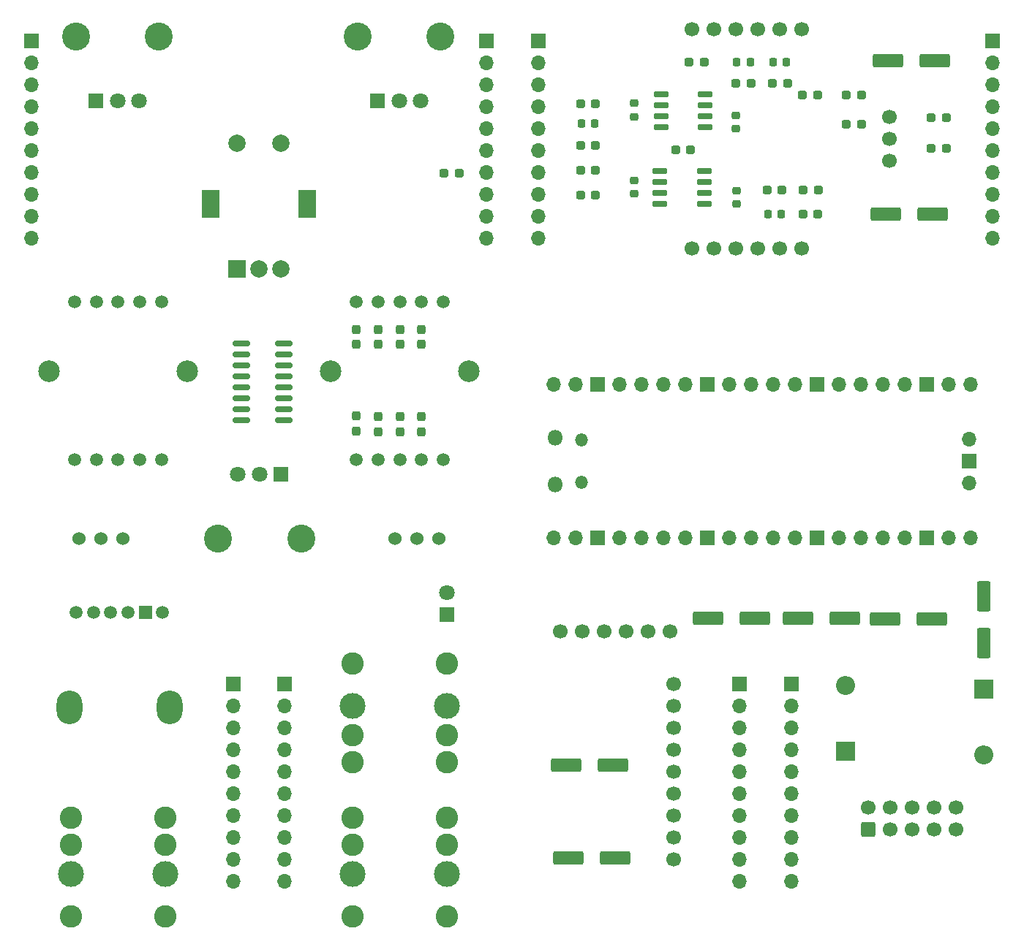
<source format=gbr>
%TF.GenerationSoftware,KiCad,Pcbnew,8.0.6*%
%TF.CreationDate,2024-12-03T18:47:33+00:00*%
%TF.ProjectId,pcb,7063622e-6b69-4636-9164-5f7063625858,rev?*%
%TF.SameCoordinates,Original*%
%TF.FileFunction,Soldermask,Bot*%
%TF.FilePolarity,Negative*%
%FSLAX46Y46*%
G04 Gerber Fmt 4.6, Leading zero omitted, Abs format (unit mm)*
G04 Created by KiCad (PCBNEW 8.0.6) date 2024-12-03 18:47:33*
%MOMM*%
%LPD*%
G01*
G04 APERTURE LIST*
G04 Aperture macros list*
%AMRoundRect*
0 Rectangle with rounded corners*
0 $1 Rounding radius*
0 $2 $3 $4 $5 $6 $7 $8 $9 X,Y pos of 4 corners*
0 Add a 4 corners polygon primitive as box body*
4,1,4,$2,$3,$4,$5,$6,$7,$8,$9,$2,$3,0*
0 Add four circle primitives for the rounded corners*
1,1,$1+$1,$2,$3*
1,1,$1+$1,$4,$5*
1,1,$1+$1,$6,$7*
1,1,$1+$1,$8,$9*
0 Add four rect primitives between the rounded corners*
20,1,$1+$1,$2,$3,$4,$5,0*
20,1,$1+$1,$4,$5,$6,$7,0*
20,1,$1+$1,$6,$7,$8,$9,0*
20,1,$1+$1,$8,$9,$2,$3,0*%
G04 Aperture macros list end*
%ADD10C,3.000000*%
%ADD11C,2.600000*%
%ADD12R,2.000000X2.000000*%
%ADD13C,2.000000*%
%ADD14R,2.000000X3.200000*%
%ADD15C,3.240000*%
%ADD16R,1.800000X1.800000*%
%ADD17C,1.800000*%
%ADD18RoundRect,0.250000X0.600000X-0.600000X0.600000X0.600000X-0.600000X0.600000X-0.600000X-0.600000X0*%
%ADD19C,1.700000*%
%ADD20C,1.524000*%
%ADD21R,2.200000X2.200000*%
%ADD22O,2.200000X2.200000*%
%ADD23O,1.800000X1.800000*%
%ADD24O,1.500000X1.500000*%
%ADD25O,1.700000X1.700000*%
%ADD26R,1.700000X1.700000*%
%ADD27C,2.500000*%
%ADD28C,1.500000*%
%ADD29R,1.500000X1.500000*%
%ADD30O,3.000000X3.900000*%
%ADD31RoundRect,0.250000X0.550000X-1.500000X0.550000X1.500000X-0.550000X1.500000X-0.550000X-1.500000X0*%
%ADD32RoundRect,0.250000X-1.500000X-0.550000X1.500000X-0.550000X1.500000X0.550000X-1.500000X0.550000X0*%
%ADD33RoundRect,0.237500X-0.287500X-0.237500X0.287500X-0.237500X0.287500X0.237500X-0.287500X0.237500X0*%
%ADD34RoundRect,0.225000X-0.250000X0.225000X-0.250000X-0.225000X0.250000X-0.225000X0.250000X0.225000X0*%
%ADD35RoundRect,0.237500X0.287500X0.237500X-0.287500X0.237500X-0.287500X-0.237500X0.287500X-0.237500X0*%
%ADD36RoundRect,0.237500X0.237500X-0.287500X0.237500X0.287500X-0.237500X0.287500X-0.237500X-0.287500X0*%
%ADD37RoundRect,0.250000X1.500000X0.550000X-1.500000X0.550000X-1.500000X-0.550000X1.500000X-0.550000X0*%
%ADD38RoundRect,0.225000X0.225000X0.250000X-0.225000X0.250000X-0.225000X-0.250000X0.225000X-0.250000X0*%
%ADD39RoundRect,0.150000X0.725000X0.150000X-0.725000X0.150000X-0.725000X-0.150000X0.725000X-0.150000X0*%
%ADD40RoundRect,0.237500X-0.237500X0.287500X-0.237500X-0.287500X0.237500X-0.287500X0.237500X0.287500X0*%
%ADD41RoundRect,0.150000X0.825000X0.150000X-0.825000X0.150000X-0.825000X-0.150000X0.825000X-0.150000X0*%
%ADD42RoundRect,0.225000X-0.225000X-0.250000X0.225000X-0.250000X0.225000X0.250000X-0.225000X0.250000X0*%
G04 APERTURE END LIST*
D10*
%TO.C,J2*%
X48500000Y-133000000D03*
D11*
X48500000Y-126520000D03*
X48500000Y-129620000D03*
X48500000Y-137920000D03*
%TD*%
D12*
%TO.C,SW3*%
X56800000Y-62900000D03*
D13*
X61800000Y-62900000D03*
X59300000Y-62900000D03*
D14*
X53700000Y-55400000D03*
X64900000Y-55400000D03*
D13*
X61800000Y-48400000D03*
X56800000Y-48400000D03*
%TD*%
D10*
%TO.C,J4*%
X81100000Y-133000000D03*
D11*
X81100000Y-126520000D03*
X81100000Y-129620000D03*
X81100000Y-137920000D03*
%TD*%
D15*
%TO.C,RV3*%
X64170000Y-94200000D03*
X54570000Y-94200000D03*
D16*
X61870000Y-86700000D03*
D17*
X59370000Y-86700000D03*
X56870000Y-86700000D03*
%TD*%
D15*
%TO.C,RV2*%
X70730000Y-36000000D03*
X80330000Y-36000000D03*
D16*
X73030000Y-43500000D03*
D17*
X75530000Y-43500000D03*
X78030000Y-43500000D03*
%TD*%
D10*
%TO.C,J5*%
X70100000Y-133000000D03*
D11*
X70100000Y-126520000D03*
X70100000Y-129620000D03*
X70100000Y-137920000D03*
%TD*%
D15*
%TO.C,RV4*%
X38130000Y-36000000D03*
X47730000Y-36000000D03*
D16*
X40430000Y-43500000D03*
D17*
X42930000Y-43500000D03*
X45430000Y-43500000D03*
%TD*%
D18*
%TO.C,J1*%
X129800000Y-127840000D03*
D19*
X129800000Y-125300000D03*
X132340000Y-127840000D03*
X132340000Y-125300000D03*
X134880000Y-127840000D03*
X134880000Y-125300000D03*
X137420000Y-127840000D03*
X137420000Y-125300000D03*
X139960000Y-127840000D03*
X139960000Y-125300000D03*
%TD*%
D20*
%TO.C,SW4*%
X38460000Y-94200000D03*
X41000000Y-94200000D03*
X43540000Y-94200000D03*
%TD*%
D16*
%TO.C,D7*%
X81100000Y-103000000D03*
D17*
X81100000Y-100460000D03*
%TD*%
D19*
%TO.C,U2*%
X122100000Y-35200000D03*
X119560000Y-35200000D03*
X117020000Y-35200000D03*
X114480000Y-35200000D03*
X111940000Y-35200000D03*
X109400000Y-35200000D03*
X109400000Y-60600000D03*
X111940000Y-60600000D03*
X114480000Y-60600000D03*
X117020000Y-60600000D03*
X119560000Y-60600000D03*
X122100000Y-60600000D03*
X132260000Y-50440000D03*
X132260000Y-47900000D03*
X132260000Y-45360000D03*
%TD*%
%TO.C,U5*%
X107320000Y-131360000D03*
X107320000Y-128820000D03*
X107320000Y-126280000D03*
X107320000Y-123740000D03*
X107320000Y-121200000D03*
X107320000Y-118660000D03*
X107320000Y-116120000D03*
X107320000Y-113580000D03*
X107320000Y-111040000D03*
X106920000Y-104910000D03*
X104380000Y-104910000D03*
X101840000Y-104910000D03*
X99300000Y-104910000D03*
X96760000Y-104910000D03*
X94220000Y-104910000D03*
%TD*%
D21*
%TO.C,D2*%
X127200000Y-118810000D03*
D22*
X127200000Y-111190000D03*
%TD*%
D23*
%TO.C,U1*%
X93570000Y-87915000D03*
D24*
X96600000Y-87615000D03*
X96600000Y-82765000D03*
D23*
X93570000Y-82465000D03*
D25*
X93440000Y-94080000D03*
X95980000Y-94080000D03*
D26*
X98520000Y-94080000D03*
D25*
X101060000Y-94080000D03*
X103600000Y-94080000D03*
X106140000Y-94080000D03*
X108680000Y-94080000D03*
D26*
X111220000Y-94080000D03*
D25*
X113760000Y-94080000D03*
X116300000Y-94080000D03*
X118840000Y-94080000D03*
X121380000Y-94080000D03*
D26*
X123920000Y-94080000D03*
D25*
X126460000Y-94080000D03*
X129000000Y-94080000D03*
X131540000Y-94080000D03*
X134080000Y-94080000D03*
D26*
X136620000Y-94080000D03*
D25*
X139160000Y-94080000D03*
X141700000Y-94080000D03*
X141700000Y-76300000D03*
X139160000Y-76300000D03*
D26*
X136620000Y-76300000D03*
D25*
X134080000Y-76300000D03*
X131540000Y-76300000D03*
X129000000Y-76300000D03*
X126460000Y-76300000D03*
D26*
X123920000Y-76300000D03*
D25*
X121380000Y-76300000D03*
X118840000Y-76300000D03*
X116300000Y-76300000D03*
X113760000Y-76300000D03*
D26*
X111220000Y-76300000D03*
D25*
X108680000Y-76300000D03*
X106140000Y-76300000D03*
X103600000Y-76300000D03*
X101060000Y-76300000D03*
D26*
X98520000Y-76300000D03*
D25*
X95980000Y-76300000D03*
X93440000Y-76300000D03*
X141470000Y-87730000D03*
D26*
X141470000Y-85190000D03*
D25*
X141470000Y-82650000D03*
%TD*%
D27*
%TO.C,SW1*%
X35000000Y-74800000D03*
X51000000Y-74800000D03*
D28*
X48000000Y-85050000D03*
X45500000Y-85050000D03*
X43000000Y-85050000D03*
X40500000Y-85050000D03*
X38000000Y-85050000D03*
X38000000Y-66750000D03*
X40500000Y-66750000D03*
X43000000Y-66750000D03*
X45500000Y-66750000D03*
X48000000Y-66750000D03*
%TD*%
D10*
%TO.C,J7*%
X70100000Y-113600000D03*
D11*
X70100000Y-120080000D03*
X70100000Y-116980000D03*
X70100000Y-108680000D03*
%TD*%
D10*
%TO.C,J6*%
X81100000Y-113600000D03*
D11*
X81100000Y-120080000D03*
X81100000Y-116980000D03*
X81100000Y-108680000D03*
%TD*%
D20*
%TO.C,SW2*%
X75060000Y-94200000D03*
X77600000Y-94200000D03*
X80140000Y-94200000D03*
%TD*%
D27*
%TO.C,SW5*%
X67600000Y-74800000D03*
X83600000Y-74800000D03*
D28*
X80600000Y-85050000D03*
X78100000Y-85050000D03*
X75600000Y-85050000D03*
X73100000Y-85050000D03*
X70600000Y-85050000D03*
X70600000Y-66750000D03*
X73100000Y-66750000D03*
X75600000Y-66750000D03*
X78100000Y-66750000D03*
X80600000Y-66750000D03*
%TD*%
D21*
%TO.C,D1*%
X143200000Y-111590000D03*
D22*
X143200000Y-119210000D03*
%TD*%
D10*
%TO.C,J3*%
X37500000Y-133000000D03*
D11*
X37500000Y-126520000D03*
X37500000Y-129620000D03*
X37500000Y-137920000D03*
%TD*%
D29*
%TO.C,RV1*%
X46150000Y-102700000D03*
D28*
X48150000Y-102700000D03*
X38150000Y-102700000D03*
X44150000Y-102700000D03*
X42150000Y-102700000D03*
X40150000Y-102700000D03*
D30*
X48950000Y-113700000D03*
X37350000Y-113700000D03*
%TD*%
D31*
%TO.C,C18*%
X143200000Y-106300000D03*
X143200000Y-100900000D03*
%TD*%
D32*
%TO.C,C8*%
X132100000Y-38800000D03*
X137500000Y-38800000D03*
%TD*%
D33*
%TO.C,R13*%
X96525000Y-48600000D03*
X98275000Y-48600000D03*
%TD*%
D34*
%TO.C,C14*%
X102700000Y-43750000D03*
X102700000Y-45300000D03*
%TD*%
D26*
%TO.C,J12*%
X62300000Y-111000000D03*
D25*
X62300000Y-113540000D03*
X62300000Y-116080000D03*
X62300000Y-118620000D03*
X62300000Y-121160000D03*
X62300000Y-123700000D03*
X62300000Y-126240000D03*
X62300000Y-128780000D03*
X62300000Y-131320000D03*
X62300000Y-133860000D03*
%TD*%
D26*
%TO.C,J16*%
X85600000Y-36500000D03*
D25*
X85600000Y-39040000D03*
X85600000Y-41580000D03*
X85600000Y-44120000D03*
X85600000Y-46660000D03*
X85600000Y-49200000D03*
X85600000Y-51740000D03*
X85600000Y-54280000D03*
X85600000Y-56820000D03*
X85600000Y-59360000D03*
%TD*%
D34*
%TO.C,C15*%
X102700000Y-52650000D03*
X102700000Y-54200000D03*
%TD*%
D35*
%TO.C,R10*%
X124075000Y-53800000D03*
X122325000Y-53800000D03*
%TD*%
D26*
%TO.C,J15*%
X91600000Y-36500000D03*
D25*
X91600000Y-39040000D03*
X91600000Y-41580000D03*
X91600000Y-44120000D03*
X91600000Y-46660000D03*
X91600000Y-49200000D03*
X91600000Y-51740000D03*
X91600000Y-54280000D03*
X91600000Y-56820000D03*
X91600000Y-59360000D03*
%TD*%
D36*
%TO.C,R24*%
X75600000Y-81775000D03*
X75600000Y-80025000D03*
%TD*%
D35*
%TO.C,R16*%
X109275000Y-49125000D03*
X107525000Y-49125000D03*
%TD*%
D37*
%TO.C,C19*%
X137200000Y-103500000D03*
X131800000Y-103500000D03*
%TD*%
D36*
%TO.C,R26*%
X70600000Y-81700000D03*
X70600000Y-79950000D03*
%TD*%
D35*
%TO.C,R17*%
X98275000Y-43800000D03*
X96525000Y-43800000D03*
%TD*%
D38*
%TO.C,C7*%
X116175000Y-39000000D03*
X114625000Y-39000000D03*
%TD*%
D39*
%TO.C,U3*%
X110975000Y-42720000D03*
X110975000Y-43990000D03*
X110975000Y-45260000D03*
X110975000Y-46530000D03*
X105825000Y-46530000D03*
X105825000Y-45260000D03*
X105825000Y-43990000D03*
X105825000Y-42720000D03*
%TD*%
D38*
%TO.C,C6*%
X120375000Y-39000000D03*
X118825000Y-39000000D03*
%TD*%
D26*
%TO.C,J11*%
X114900000Y-111000000D03*
D25*
X114900000Y-113540000D03*
X114900000Y-116080000D03*
X114900000Y-118620000D03*
X114900000Y-121160000D03*
X114900000Y-123700000D03*
X114900000Y-126240000D03*
X114900000Y-128780000D03*
X114900000Y-131320000D03*
X114900000Y-133860000D03*
%TD*%
D40*
%TO.C,R28*%
X73100000Y-69925000D03*
X73100000Y-71675000D03*
%TD*%
D39*
%TO.C,U4*%
X110875000Y-51620000D03*
X110875000Y-52890000D03*
X110875000Y-54160000D03*
X110875000Y-55430000D03*
X105725000Y-55430000D03*
X105725000Y-54160000D03*
X105725000Y-52890000D03*
X105725000Y-51620000D03*
%TD*%
D32*
%TO.C,C1*%
X111300000Y-103400000D03*
X116700000Y-103400000D03*
%TD*%
D36*
%TO.C,R23*%
X78100000Y-81775000D03*
X78100000Y-80025000D03*
%TD*%
D32*
%TO.C,C9*%
X131900000Y-56600000D03*
X137300000Y-56600000D03*
%TD*%
D26*
%TO.C,J10*%
X120900000Y-111000000D03*
D25*
X120900000Y-113540000D03*
X120900000Y-116080000D03*
X120900000Y-118620000D03*
X120900000Y-121160000D03*
X120900000Y-123700000D03*
X120900000Y-126240000D03*
X120900000Y-128780000D03*
X120900000Y-131320000D03*
X120900000Y-133860000D03*
%TD*%
D37*
%TO.C,C11*%
X100500000Y-131200000D03*
X95100000Y-131200000D03*
%TD*%
D36*
%TO.C,R25*%
X73100000Y-81775000D03*
X73100000Y-80025000D03*
%TD*%
D26*
%TO.C,J9*%
X56300000Y-111000000D03*
D25*
X56300000Y-113540000D03*
X56300000Y-116080000D03*
X56300000Y-118620000D03*
X56300000Y-121160000D03*
X56300000Y-123700000D03*
X56300000Y-126240000D03*
X56300000Y-128780000D03*
X56300000Y-131320000D03*
X56300000Y-133860000D03*
%TD*%
D33*
%TO.C,R8*%
X114525000Y-41400000D03*
X116275000Y-41400000D03*
%TD*%
D35*
%TO.C,R11*%
X98275000Y-51500000D03*
X96525000Y-51500000D03*
%TD*%
%TO.C,R12*%
X119875000Y-53800000D03*
X118125000Y-53800000D03*
%TD*%
D33*
%TO.C,R2*%
X127325000Y-46200000D03*
X129075000Y-46200000D03*
%TD*%
D35*
%TO.C,R1*%
X82475000Y-51800000D03*
X80725000Y-51800000D03*
%TD*%
D37*
%TO.C,C10*%
X100300000Y-120400000D03*
X94900000Y-120400000D03*
%TD*%
D32*
%TO.C,C2*%
X121700000Y-103400000D03*
X127100000Y-103400000D03*
%TD*%
D40*
%TO.C,R30*%
X78100000Y-69925000D03*
X78100000Y-71675000D03*
%TD*%
D33*
%TO.C,R6*%
X122225000Y-42800000D03*
X123975000Y-42800000D03*
%TD*%
D41*
%TO.C,U8*%
X62175000Y-71555000D03*
X62175000Y-72825000D03*
X62175000Y-74095000D03*
X62175000Y-75365000D03*
X62175000Y-76635000D03*
X62175000Y-77905000D03*
X62175000Y-79175000D03*
X62175000Y-80445000D03*
X57225000Y-80445000D03*
X57225000Y-79175000D03*
X57225000Y-77905000D03*
X57225000Y-76635000D03*
X57225000Y-75365000D03*
X57225000Y-74095000D03*
X57225000Y-72825000D03*
X57225000Y-71555000D03*
%TD*%
D33*
%TO.C,R5*%
X137125000Y-45400000D03*
X138875000Y-45400000D03*
%TD*%
D34*
%TO.C,C17*%
X114500000Y-45125000D03*
X114500000Y-46675000D03*
%TD*%
D40*
%TO.C,R29*%
X75600000Y-69925000D03*
X75600000Y-71675000D03*
%TD*%
D35*
%TO.C,R3*%
X138875000Y-49000000D03*
X137125000Y-49000000D03*
%TD*%
D26*
%TO.C,J14*%
X33000000Y-36500000D03*
D25*
X33000000Y-39040000D03*
X33000000Y-41580000D03*
X33000000Y-44120000D03*
X33000000Y-46660000D03*
X33000000Y-49200000D03*
X33000000Y-51740000D03*
X33000000Y-54280000D03*
X33000000Y-56820000D03*
X33000000Y-59360000D03*
%TD*%
D40*
%TO.C,R27*%
X70600000Y-69925000D03*
X70600000Y-71675000D03*
%TD*%
D35*
%TO.C,R4*%
X129075000Y-42800000D03*
X127325000Y-42800000D03*
%TD*%
D33*
%TO.C,R14*%
X122250000Y-56600000D03*
X124000000Y-56600000D03*
%TD*%
D26*
%TO.C,J13*%
X144200000Y-36500000D03*
D25*
X144200000Y-39040000D03*
X144200000Y-41580000D03*
X144200000Y-44120000D03*
X144200000Y-46660000D03*
X144200000Y-49200000D03*
X144200000Y-51740000D03*
X144200000Y-54280000D03*
X144200000Y-56820000D03*
X144200000Y-59360000D03*
%TD*%
D34*
%TO.C,C16*%
X114600000Y-53850000D03*
X114600000Y-55400000D03*
%TD*%
D33*
%TO.C,R9*%
X118725000Y-41400000D03*
X120475000Y-41400000D03*
%TD*%
D38*
%TO.C,C12*%
X119775000Y-56600000D03*
X118225000Y-56600000D03*
%TD*%
D33*
%TO.C,R7*%
X109125000Y-39000000D03*
X110875000Y-39000000D03*
%TD*%
D42*
%TO.C,C13*%
X96625000Y-46100000D03*
X98175000Y-46100000D03*
%TD*%
D35*
%TO.C,R15*%
X98275000Y-54400000D03*
X96525000Y-54400000D03*
%TD*%
M02*

</source>
